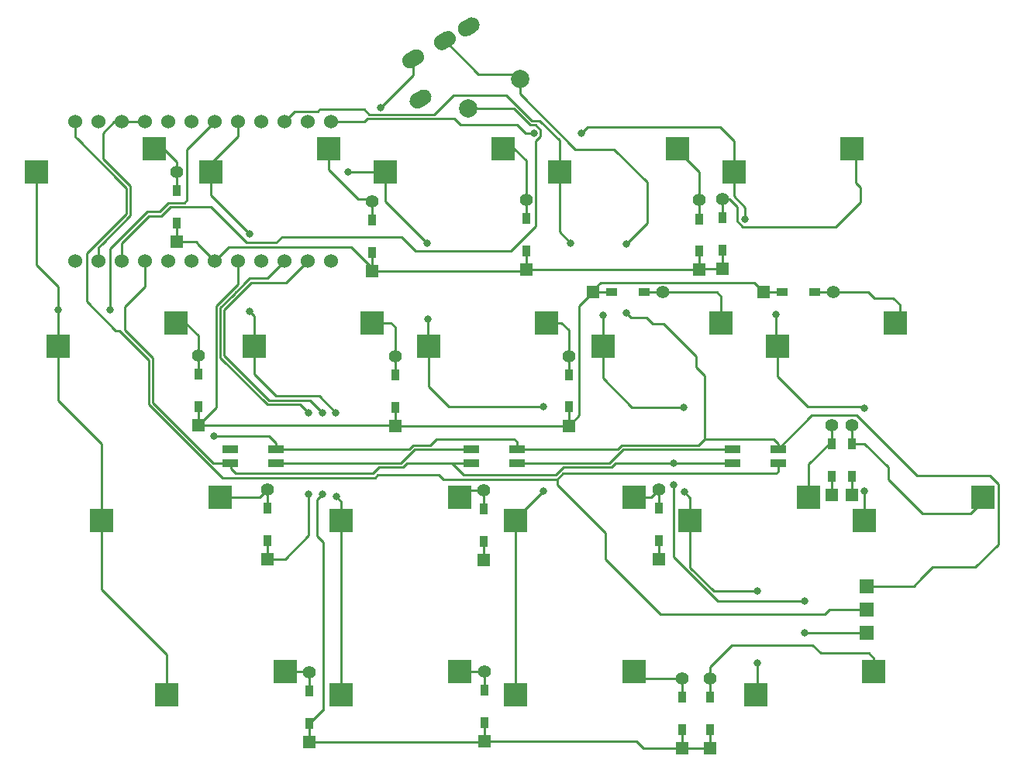
<source format=gbr>
G04 #@! TF.GenerationSoftware,KiCad,Pcbnew,(5.1.6-0-10_14)*
G04 #@! TF.CreationDate,2022-06-07T20:37:10+09:00*
G04 #@! TF.ProjectId,cool939,636f6f6c-3933-4392-9e6b-696361645f70,rev?*
G04 #@! TF.SameCoordinates,Original*
G04 #@! TF.FileFunction,Copper,L2,Bot*
G04 #@! TF.FilePolarity,Positive*
%FSLAX46Y46*%
G04 Gerber Fmt 4.6, Leading zero omitted, Abs format (unit mm)*
G04 Created by KiCad (PCBNEW (5.1.6-0-10_14)) date 2022-06-07 20:37:10*
%MOMM*%
%LPD*%
G01*
G04 APERTURE LIST*
G04 #@! TA.AperFunction,ComponentPad*
%ADD10C,2.000000*%
G04 #@! TD*
G04 #@! TA.AperFunction,SMDPad,CuDef*
%ADD11R,1.800000X0.820000*%
G04 #@! TD*
G04 #@! TA.AperFunction,SMDPad,CuDef*
%ADD12R,2.550000X2.500000*%
G04 #@! TD*
G04 #@! TA.AperFunction,ComponentPad*
%ADD13C,1.397000*%
G04 #@! TD*
G04 #@! TA.AperFunction,ComponentPad*
%ADD14R,1.397000X1.397000*%
G04 #@! TD*
G04 #@! TA.AperFunction,SMDPad,CuDef*
%ADD15R,0.950000X1.300000*%
G04 #@! TD*
G04 #@! TA.AperFunction,SMDPad,CuDef*
%ADD16R,1.300000X0.950000*%
G04 #@! TD*
G04 #@! TA.AperFunction,SMDPad,CuDef*
%ADD17R,1.524000X1.524000*%
G04 #@! TD*
G04 #@! TA.AperFunction,ComponentPad*
%ADD18C,1.524000*%
G04 #@! TD*
G04 #@! TA.AperFunction,ViaPad*
%ADD19C,0.800000*%
G04 #@! TD*
G04 #@! TA.AperFunction,Conductor*
%ADD20C,0.250000*%
G04 #@! TD*
G04 APERTURE END LIST*
G04 #@! TA.AperFunction,ComponentPad*
G36*
G01*
X69513526Y17822531D02*
X68820706Y17422531D01*
G75*
G02*
X67659584Y17733653I-425000J736122D01*
G01*
X67659584Y17733653D01*
G75*
G02*
X67970706Y18894775I736122J425000D01*
G01*
X68663526Y19294775D01*
G75*
G02*
X69824648Y18983653I425000J-736122D01*
G01*
X69824648Y18983653D01*
G75*
G02*
X69513526Y17822531I-736122J-425000D01*
G01*
G37*
G04 #@! TD.AperFunction*
G04 #@! TA.AperFunction,ComponentPad*
G36*
G01*
X66915450Y16322531D02*
X66222630Y15922531D01*
G75*
G02*
X65061508Y16233653I-425000J736122D01*
G01*
X65061508Y16233653D01*
G75*
G02*
X65372630Y17394775I736122J425000D01*
G01*
X66065450Y17794775D01*
G75*
G02*
X67226572Y17483653I425000J-736122D01*
G01*
X67226572Y17483653D01*
G75*
G02*
X66915450Y16322531I-736122J-425000D01*
G01*
G37*
G04 #@! TD.AperFunction*
G04 #@! TA.AperFunction,ComponentPad*
G36*
G01*
X63451348Y14322531D02*
X62758528Y13922531D01*
G75*
G02*
X61597406Y14233653I-425000J736122D01*
G01*
X61597406Y14233653D01*
G75*
G02*
X61908528Y15394775I736122J425000D01*
G01*
X62601348Y15794775D01*
G75*
G02*
X63762470Y15483653I425000J-736122D01*
G01*
X63762470Y15483653D01*
G75*
G02*
X63451348Y14322531I-736122J-425000D01*
G01*
G37*
G04 #@! TD.AperFunction*
G04 #@! TA.AperFunction,ComponentPad*
G36*
G01*
X64252310Y9935225D02*
X63559490Y9535225D01*
G75*
G02*
X62398368Y9846347I-425000J736122D01*
G01*
X62398368Y9846347D01*
G75*
G02*
X62709490Y11007469I736122J425000D01*
G01*
X63402310Y11407469D01*
G75*
G02*
X64563432Y11096347I425000J-736122D01*
G01*
X64563432Y11096347D01*
G75*
G02*
X64252310Y9935225I-736122J-425000D01*
G01*
G37*
G04 #@! TD.AperFunction*
D10*
X74324583Y12685000D03*
X68695417Y9435000D03*
D11*
X47720000Y-29330000D03*
X47720000Y-27830000D03*
X42720000Y-27830000D03*
X42720000Y-29330000D03*
D12*
X40540000Y2540000D03*
X53467000Y5080000D03*
D13*
X51350000Y-52200000D03*
D14*
X51350000Y-59820000D03*
D15*
X51350000Y-57785000D03*
X51350000Y-54235000D03*
D13*
X89480000Y-32230000D03*
D14*
X89480000Y-39850000D03*
D15*
X89480000Y-37815000D03*
X89480000Y-34265000D03*
D12*
X73877500Y-54610000D03*
X86804500Y-52070000D03*
X59590000Y2540000D03*
X72517000Y5080000D03*
X54827500Y-54610000D03*
X67754500Y-52070000D03*
X54827500Y-35560000D03*
X67754500Y-33020000D03*
X73877500Y-35560000D03*
X86804500Y-33020000D03*
X92927500Y-35560000D03*
X105854500Y-33020000D03*
D13*
X75040000Y-560000D03*
D14*
X75040000Y-8180000D03*
D15*
X75040000Y-6145000D03*
X75040000Y-2595000D03*
D13*
X58200000Y-700000D03*
D14*
X58200000Y-8320000D03*
D15*
X58200000Y-6285000D03*
X58200000Y-2735000D03*
D13*
X96480000Y-500000D03*
D14*
X96480000Y-8120000D03*
D15*
X96480000Y-6085000D03*
X96480000Y-2535000D03*
D11*
X69000000Y-29350000D03*
X69000000Y-27850000D03*
X74000000Y-27850000D03*
X74000000Y-29350000D03*
D13*
X93900000Y-590000D03*
D14*
X93900000Y-8210000D03*
D15*
X93900000Y-6175000D03*
X93900000Y-2625000D03*
D13*
X89960000Y-10620000D03*
D14*
X82340000Y-10620000D03*
D16*
X84375000Y-10620000D03*
X87925000Y-10620000D03*
X106515000Y-10620000D03*
X102965000Y-10620000D03*
D14*
X100930000Y-10620000D03*
D13*
X108550000Y-10620000D03*
X70360000Y-32290000D03*
D14*
X70360000Y-39910000D03*
D15*
X70360000Y-37875000D03*
X70360000Y-34325000D03*
D13*
X95100000Y-52870000D03*
D14*
X95100000Y-60490000D03*
D15*
X95100000Y-58455000D03*
X95100000Y-54905000D03*
D12*
X97690000Y2540000D03*
X110617000Y5080000D03*
D13*
X39220000Y-17580000D03*
D14*
X39220000Y-25200000D03*
D15*
X39220000Y-23165000D03*
X39220000Y-19615000D03*
D13*
X46730000Y-32200000D03*
D14*
X46730000Y-39820000D03*
D15*
X46730000Y-37785000D03*
X46730000Y-34235000D03*
D13*
X108370000Y-25150000D03*
D14*
X108370000Y-32770000D03*
D15*
X108370000Y-30735000D03*
X108370000Y-27185000D03*
D12*
X78640000Y2540000D03*
X91567000Y5080000D03*
D13*
X36880000Y2470000D03*
D14*
X36880000Y-5150000D03*
D15*
X36880000Y-3115000D03*
X36880000Y435000D03*
D12*
X100071500Y-54610000D03*
X112998500Y-52070000D03*
X35777500Y-54610000D03*
X48704500Y-52070000D03*
D13*
X92090000Y-52870000D03*
D14*
X92090000Y-60490000D03*
D15*
X92090000Y-58455000D03*
X92090000Y-54905000D03*
X110630000Y-27185000D03*
X110630000Y-30735000D03*
D14*
X110630000Y-32770000D03*
D13*
X110630000Y-25150000D03*
X60690000Y-17660000D03*
D14*
X60690000Y-25280000D03*
D15*
X60690000Y-23245000D03*
X60690000Y-19695000D03*
D13*
X70460000Y-52130000D03*
D14*
X70460000Y-59750000D03*
D15*
X70460000Y-57715000D03*
X70460000Y-54165000D03*
D17*
X112230000Y-42790000D03*
X112230000Y-45330000D03*
X112230000Y-47870000D03*
D11*
X97520000Y-29340000D03*
X97520000Y-27840000D03*
X102520000Y-27840000D03*
X102520000Y-29340000D03*
D12*
X21490000Y2540000D03*
X34417000Y5080000D03*
X83402500Y-16510000D03*
X96329500Y-13970000D03*
X102452500Y-16510000D03*
X115379500Y-13970000D03*
X28634000Y-35560000D03*
X41561000Y-33020000D03*
X111977500Y-35560000D03*
X124904500Y-33020000D03*
D13*
X79700000Y-17610000D03*
D14*
X79700000Y-25230000D03*
D15*
X79700000Y-23195000D03*
X79700000Y-19645000D03*
D18*
X25772000Y7991400D03*
X28312000Y7991400D03*
X30852000Y7991400D03*
X33392000Y7991400D03*
X35932000Y7991400D03*
X38472000Y7991400D03*
X41012000Y7991400D03*
X43552000Y7991400D03*
X46092000Y7991400D03*
X48632000Y7991400D03*
X51172000Y7991400D03*
X53712000Y7991400D03*
X53712000Y-7228600D03*
X51172000Y-7228600D03*
X48632000Y-7228600D03*
X46092000Y-7228600D03*
X43552000Y-7228600D03*
X41012000Y-7228600D03*
X38472000Y-7228600D03*
X35932000Y-7228600D03*
X33392000Y-7228600D03*
X30852000Y-7228600D03*
X28312000Y-7228600D03*
X25772000Y-7228600D03*
D12*
X23871000Y-16510000D03*
X36798000Y-13970000D03*
X45302500Y-16510000D03*
X58229500Y-13970000D03*
X64352500Y-16510000D03*
X77279500Y-13970000D03*
D19*
X51230000Y-23860000D03*
X51270000Y-32720000D03*
X52790000Y-23800000D03*
X52790000Y-32720000D03*
X85960000Y-5340000D03*
X40960000Y-26370000D03*
X85960000Y-12940000D03*
X105450000Y-47880000D03*
X105470000Y-44420000D03*
X59140000Y9550000D03*
X91130000Y-31700000D03*
X91090000Y-29340000D03*
X29600000Y-12530000D03*
X23871000Y-12529000D03*
X44840000Y-12780000D03*
X44790000Y-4250000D03*
X54220000Y-23800000D03*
X54270000Y-32970000D03*
X76870000Y-23190000D03*
X55590000Y2540000D03*
X64220000Y-5290000D03*
X64290000Y-13600000D03*
X76870000Y-32410000D03*
X92300000Y-32490000D03*
X100240000Y-51190000D03*
X79900000Y-5250000D03*
X92240000Y-23210000D03*
X100240000Y-43320000D03*
X83420000Y-13130000D03*
X81040000Y6730000D03*
X75850000Y6760000D03*
X111920000Y-23310000D03*
X102290000Y-13110000D03*
X98950000Y-2670000D03*
X111940000Y-32410000D03*
D20*
X34417000Y5080000D02*
X35433000Y5080000D01*
X34417000Y4693000D02*
X34417000Y5080000D01*
X36880000Y2470000D02*
X36880000Y3633000D01*
X36880000Y2470000D02*
X36880000Y435000D01*
X36880000Y3633000D02*
X36195000Y4318000D01*
X35433000Y5080000D02*
X36195000Y4318000D01*
X36880000Y2230000D02*
X36880000Y195000D01*
X57950000Y-450000D02*
X58200000Y-700000D01*
X56640000Y-450000D02*
X53467000Y2723000D01*
X58200000Y-700000D02*
X58200000Y-2735000D01*
X53467000Y2723000D02*
X53467000Y5080000D01*
X58200000Y-700000D02*
X58200000Y-510000D01*
X56640000Y-450000D02*
X57950000Y-450000D01*
X73710000Y5080000D02*
X75040000Y3750000D01*
X75040000Y-560000D02*
X75040000Y-2595000D01*
X72517000Y5080000D02*
X73710000Y5080000D01*
X75040000Y3750000D02*
X75040000Y-560000D01*
X93900000Y2510000D02*
X91567000Y4843000D01*
X91567000Y4843000D02*
X91567000Y5080000D01*
X93900000Y-590000D02*
X93900000Y2510000D01*
X93900000Y-2625000D02*
X93900000Y-590000D01*
X96480000Y-500000D02*
X96480000Y-2535000D01*
X108850000Y-3480000D02*
X98686998Y-3480000D01*
X98686998Y-3480000D02*
X98040000Y-2833002D01*
X111500000Y840000D02*
X111500000Y-830000D01*
X111055001Y1284999D02*
X111500000Y840000D01*
X98040000Y-1340000D02*
X97200000Y-500000D01*
X97200000Y-500000D02*
X96480000Y-500000D01*
X111055001Y4641999D02*
X111055001Y1284999D01*
X98040000Y-2833002D02*
X98040000Y-1340000D01*
X111500000Y-830000D02*
X108850000Y-3480000D01*
X110617000Y5080000D02*
X111055001Y4641999D01*
X60250000Y-13970000D02*
X60690000Y-14410000D01*
X58229500Y-13970000D02*
X60250000Y-13970000D01*
X60690000Y-14410000D02*
X60690000Y-17660000D01*
X60690000Y-17660000D02*
X60690000Y-19695000D01*
X79700000Y-14780000D02*
X79700000Y-17610000D01*
X79700000Y-17610000D02*
X79700000Y-19645000D01*
X78890000Y-13970000D02*
X79700000Y-14780000D01*
X77279500Y-13970000D02*
X78890000Y-13970000D01*
X95830000Y-10620000D02*
X96329500Y-11119500D01*
X96329500Y-11119500D02*
X96329500Y-13970000D01*
X89960000Y-10620000D02*
X95830000Y-10620000D01*
X87925000Y-10620000D02*
X89960000Y-10620000D01*
X115100000Y-11290000D02*
X115810000Y-12000000D01*
X108550000Y-10620000D02*
X112380000Y-10620000D01*
X106515000Y-10620000D02*
X108550000Y-10620000D01*
X115810000Y-12000000D02*
X115810000Y-13539500D01*
X113050000Y-11290000D02*
X115100000Y-11290000D01*
X115810000Y-13539500D02*
X115379500Y-13970000D01*
X112380000Y-10620000D02*
X113050000Y-11290000D01*
X68484500Y-32290000D02*
X67754500Y-33020000D01*
X70360000Y-32290000D02*
X68484500Y-32290000D01*
X70360000Y-32290000D02*
X70360000Y-34325000D01*
X86804500Y-33020000D02*
X88690000Y-33020000D01*
X87480000Y-33020000D02*
X86804500Y-33020000D01*
X88690000Y-33020000D02*
X89480000Y-32230000D01*
X89480000Y-32230000D02*
X89480000Y-34265000D01*
X105854500Y-33020000D02*
X106800000Y-33020000D01*
X105854500Y-33020000D02*
X106870500Y-33020000D01*
X108370000Y-25150000D02*
X108370000Y-27185000D01*
X105854500Y-29445500D02*
X105854500Y-33020000D01*
X108115000Y-27185000D02*
X105854500Y-29445500D01*
X108370000Y-27185000D02*
X108115000Y-27185000D01*
X111985000Y-27185000D02*
X114580000Y-29780000D01*
X110630000Y-27185000D02*
X111985000Y-27185000D01*
X123564999Y-34845001D02*
X118335001Y-34845001D01*
X124904500Y-33020000D02*
X124904500Y-33505500D01*
X110630000Y-25150000D02*
X110630000Y-27185000D01*
X114580000Y-31090000D02*
X114580000Y-29780000D01*
X124904500Y-33505500D02*
X123564999Y-34845001D01*
X118335001Y-34845001D02*
X114580000Y-31090000D01*
X125342501Y-33458001D02*
X124904500Y-33020000D01*
X51220000Y-52070000D02*
X51350000Y-52200000D01*
X48704500Y-52070000D02*
X51220000Y-52070000D01*
X51350000Y-52200000D02*
X51350000Y-54235000D01*
X70460000Y-52130000D02*
X70460000Y-54165000D01*
X67814500Y-52130000D02*
X67754500Y-52070000D01*
X70460000Y-52130000D02*
X67814500Y-52130000D01*
X87604500Y-52870000D02*
X86804500Y-52070000D01*
X92090000Y-52870000D02*
X87604500Y-52870000D01*
X92090000Y-54905000D02*
X92090000Y-52870000D01*
X37790000Y-13970000D02*
X39220000Y-15400000D01*
X39220000Y-17580000D02*
X39220000Y-19615000D01*
X36798000Y-13970000D02*
X37790000Y-13970000D01*
X39220000Y-15400000D02*
X39220000Y-17580000D01*
X45910000Y-33020000D02*
X46730000Y-32200000D01*
X46730000Y-32200000D02*
X46730000Y-34235000D01*
X46540000Y-33730000D02*
X46790000Y-33730000D01*
X41561000Y-33020000D02*
X45910000Y-33020000D01*
X112457000Y-50110000D02*
X112998500Y-50651500D01*
X107190000Y-50110000D02*
X112457000Y-50110000D01*
X112998500Y-50651500D02*
X112998500Y-52070000D01*
X95100000Y-52870000D02*
X95100000Y-51570000D01*
X106270000Y-49190000D02*
X107190000Y-50110000D01*
X97480000Y-49190000D02*
X106270000Y-49190000D01*
X95100000Y-51570000D02*
X97480000Y-49190000D01*
X95100000Y-54905000D02*
X95100000Y-52870000D01*
X55940000Y-5740000D02*
X58200000Y-8000000D01*
X74900000Y-8320000D02*
X75040000Y-8180000D01*
X75040000Y-6145000D02*
X75040000Y-8180000D01*
X42870600Y-5740000D02*
X43020000Y-5740000D01*
X41012000Y-7228600D02*
X42500600Y-5740000D01*
X41092000Y-6852000D02*
X41108000Y-6852000D01*
X38933400Y-5150000D02*
X39741700Y-5958300D01*
X36880000Y-5150000D02*
X38933400Y-5150000D01*
X43020000Y-5740000D02*
X43390000Y-5740000D01*
X39173400Y-5390000D02*
X39741700Y-5958300D01*
X43390000Y-5740000D02*
X55940000Y-5740000D01*
X96480000Y-8120000D02*
X93990000Y-8120000D01*
X39741700Y-5958300D02*
X41012000Y-7228600D01*
X93900000Y-8210000D02*
X93690000Y-8210000D01*
X93900000Y-8210000D02*
X93900000Y-6175000D01*
X41092000Y-7758600D02*
X41092000Y-6852000D01*
X58200000Y-8320000D02*
X74900000Y-8320000D01*
X75040000Y-8180000D02*
X93660000Y-8180000D01*
X93990000Y-8120000D02*
X93900000Y-8210000D01*
X96480000Y-8120000D02*
X96480000Y-6085000D01*
X58200000Y-6285000D02*
X58200000Y-8320000D01*
X93690000Y-8210000D02*
X93660000Y-8180000D01*
X36880000Y-3355000D02*
X36880000Y-5390000D01*
X42500600Y-5740000D02*
X43020000Y-5740000D01*
X58200000Y-8000000D02*
X58200000Y-8320000D01*
X83153501Y-9596499D02*
X99906499Y-9596499D01*
X39220000Y-25200000D02*
X60610000Y-25200000D01*
X39220000Y-23165000D02*
X39220000Y-25200000D01*
X80830000Y-24100000D02*
X79700000Y-25230000D01*
X100930000Y-10620000D02*
X102965000Y-10620000D01*
X99906499Y-9596499D02*
X100930000Y-10620000D01*
X82340000Y-10410000D02*
X83153501Y-9596499D01*
X82340000Y-10620000D02*
X80827499Y-12132501D01*
X80827499Y-12132501D02*
X80827499Y-23422501D01*
X60690000Y-23245000D02*
X60690000Y-25280000D01*
X79650000Y-25280000D02*
X79700000Y-25230000D01*
X60610000Y-25200000D02*
X60690000Y-25280000D01*
X80830000Y-23425002D02*
X80830000Y-24100000D01*
X60690000Y-25280000D02*
X79650000Y-25280000D01*
X82340000Y-10620000D02*
X84375000Y-10620000D01*
X79700000Y-23195000D02*
X79700000Y-25230000D01*
X80827499Y-23422501D02*
X80830000Y-23425002D01*
X82340000Y-10620000D02*
X82340000Y-10410000D01*
X41160000Y-12630000D02*
X41160000Y-23270000D01*
X39230000Y-25200000D02*
X39220000Y-25200000D01*
X43552000Y-7228600D02*
X43552000Y-9742190D01*
X41160000Y-12134190D02*
X41160000Y-12630000D01*
X41160000Y-23270000D02*
X39230000Y-25200000D01*
X43552000Y-9742190D02*
X41160000Y-12134190D01*
X41610010Y-17782830D02*
X46737180Y-22910000D01*
X50280000Y-22910000D02*
X51230000Y-23860000D01*
X44537000Y-9393600D02*
X44390300Y-9540300D01*
X48632000Y-7228600D02*
X46730610Y-9129990D01*
X41610010Y-12320590D02*
X41610010Y-17782830D01*
X43325300Y-10605300D02*
X42925300Y-11005300D01*
X51270000Y-37220000D02*
X51270000Y-32720000D01*
X46730000Y-39820000D02*
X48670000Y-39820000D01*
X42925300Y-11005300D02*
X41610010Y-12320590D01*
X44800610Y-9129990D02*
X44390300Y-9540300D01*
X46737180Y-22910000D02*
X50280000Y-22910000D01*
X108370000Y-30735000D02*
X108370000Y-32770000D01*
X48670000Y-39820000D02*
X51270000Y-37220000D01*
X46730610Y-9129990D02*
X44800610Y-9129990D01*
X44390300Y-9540300D02*
X42925300Y-11005300D01*
X70360000Y-37875000D02*
X70360000Y-39910000D01*
X46730000Y-37785000D02*
X46730000Y-39820000D01*
X110630000Y-30735000D02*
X110630000Y-32770000D01*
X89480000Y-37815000D02*
X89480000Y-39850000D01*
X70460000Y-59750000D02*
X70460000Y-57715000D01*
X46430000Y-9580000D02*
X46270000Y-9580000D01*
X44852491Y-20388901D02*
X45071795Y-20608205D01*
X52790000Y-32720000D02*
X52190000Y-33320000D01*
X95100000Y-60490000D02*
X95100000Y-58455000D01*
X42060020Y-17596430D02*
X42060020Y-17219980D01*
X51350000Y-59820000D02*
X70390000Y-59820000D01*
X52190000Y-33320000D02*
X52190000Y-37320000D01*
X92090000Y-58455000D02*
X92090000Y-60490000D01*
X48285088Y-22440000D02*
X46903590Y-22440000D01*
X48820600Y-9580000D02*
X46270000Y-9580000D01*
X44987010Y-9580000D02*
X44987010Y-9612990D01*
X45071795Y-20608205D02*
X42060020Y-17596430D01*
X51430000Y-22440000D02*
X52790000Y-23800000D01*
X46270000Y-9580000D02*
X44987010Y-9580000D01*
X52870000Y-38000000D02*
X52870000Y-56265000D01*
X70390000Y-59820000D02*
X70460000Y-59750000D01*
X52870000Y-56265000D02*
X52362500Y-56772500D01*
X87790000Y-60490000D02*
X92090000Y-60490000D01*
X52190000Y-37320000D02*
X52870000Y-38000000D01*
X51172000Y-7228600D02*
X48820600Y-9580000D01*
X70460000Y-59750000D02*
X87050000Y-59750000D01*
X51350000Y-57785000D02*
X51350000Y-59820000D01*
X46650600Y-9580000D02*
X46430000Y-9580000D01*
X92090000Y-60490000D02*
X95100000Y-60490000D01*
X45071795Y-20608205D02*
X46401795Y-21938205D01*
X46903590Y-22440000D02*
X46401795Y-21938205D01*
X48285088Y-22440000D02*
X51430000Y-22440000D01*
X44987010Y-9612990D02*
X42060020Y-12539980D01*
X52362500Y-56772500D02*
X51350000Y-57785000D01*
X42060020Y-12539980D02*
X42060020Y-17219980D01*
X87050000Y-59750000D02*
X87790000Y-60490000D01*
X46401795Y-21938205D02*
X46721795Y-22258205D01*
X91840000Y-60740000D02*
X92090000Y-60490000D01*
X52820000Y-56315000D02*
X52362500Y-56772500D01*
X112230000Y-42790000D02*
X117334300Y-42790000D01*
X118237150Y-41887150D02*
X119404301Y-40720000D01*
X117334300Y-42790000D02*
X118237150Y-41887150D01*
X28312000Y-7228600D02*
X28312000Y-5718000D01*
X74000000Y-27850000D02*
X74000000Y-26990000D01*
X28312000Y-5718000D02*
X28690000Y-5340000D01*
X47720000Y-27170000D02*
X46920000Y-26370000D01*
X46920000Y-26370000D02*
X40960000Y-26370000D01*
X93820010Y-27389990D02*
X85453599Y-27389991D01*
X80350000Y4990000D02*
X84610000Y4990000D01*
X28690000Y-5340000D02*
X31810000Y-2220000D01*
X88200749Y-13459251D02*
X88855749Y-14114251D01*
X94505010Y-26704990D02*
X93820010Y-27389990D01*
X30011400Y7991400D02*
X30852000Y7991400D01*
X62643599Y-27399991D02*
X62213590Y-27830000D01*
X28789999Y3959999D02*
X28789999Y6769999D01*
X64570010Y-27399990D02*
X62643599Y-27399991D01*
X85453599Y-27389991D02*
X84993590Y-27850000D01*
X28793999Y3959999D02*
X28789999Y3959999D01*
X30852000Y7991400D02*
X33392000Y7991400D01*
X102044990Y-26704990D02*
X94505010Y-26704990D01*
X62213590Y-27830000D02*
X47720000Y-27830000D01*
X30295398Y7701400D02*
X30932000Y7701400D01*
X84993590Y-27850000D02*
X74000000Y-27850000D01*
X84610000Y4990000D02*
X88230000Y1370000D01*
X47720000Y-27830000D02*
X47720000Y-27170000D01*
X74324583Y11015417D02*
X80350000Y4990000D01*
X102520000Y-27840000D02*
X102520000Y-27180000D01*
X74324583Y12685000D02*
X74324583Y11015417D01*
X102520000Y-27180000D02*
X102044990Y-26704990D01*
X28789999Y6769999D02*
X30011400Y7991400D01*
X73724990Y-26714990D02*
X65255010Y-26714990D01*
X28392000Y-5638000D02*
X28690000Y-5340000D01*
X31810000Y943998D02*
X28793999Y3959999D01*
X93575749Y-18834251D02*
X94505010Y-19763512D01*
X93575749Y-18834251D02*
X93575749Y-17635749D01*
X88230000Y1370000D02*
X88230000Y-3070000D01*
X69832693Y13170000D02*
X73839583Y13170000D01*
X66144040Y16858653D02*
X69832693Y13170000D01*
X93575749Y-17635749D02*
X90054251Y-14114251D01*
X73839583Y13170000D02*
X74324583Y12685000D01*
X88230000Y-3070000D02*
X85960000Y-5340000D01*
X94505010Y-19763512D02*
X94505010Y-26704990D01*
X74000000Y-26990000D02*
X73724990Y-26714990D01*
X65255010Y-26714990D02*
X64570010Y-27399990D01*
X90054251Y-14114251D02*
X88855749Y-14114251D01*
X31810000Y-2220000D02*
X31810000Y943998D01*
X86479251Y-13459251D02*
X85960000Y-12940000D01*
X88200749Y-13459251D02*
X86479251Y-13459251D01*
X126600000Y-31605498D02*
X125694502Y-30700000D01*
X125694502Y-30700000D02*
X117720000Y-30700000D01*
X111146499Y-24126499D02*
X106233501Y-24126499D01*
X124090000Y-40720000D02*
X126600000Y-38210000D01*
X117720000Y-30700000D02*
X111146499Y-24126499D01*
X106233501Y-24126499D02*
X102520000Y-27840000D01*
X119404301Y-40720000D02*
X124090000Y-40720000D01*
X126600000Y-38210000D02*
X126600000Y-31605498D01*
X105460000Y-44410000D02*
X105470000Y-44420000D01*
X42720000Y-29330000D02*
X40866212Y-29330000D01*
X102710000Y-44410000D02*
X102530000Y-44410000D01*
X62679938Y14858653D02*
X62679938Y13089938D01*
X112220000Y-47880000D02*
X112230000Y-47870000D01*
X105450000Y-47880000D02*
X112220000Y-47880000D01*
X84316400Y-29800010D02*
X79079990Y-29800010D01*
X61966410Y-29350000D02*
X61536401Y-29780009D01*
X40866212Y-29330000D02*
X34238106Y-22701894D01*
X42720000Y-29420000D02*
X42750000Y-29450000D01*
X102530000Y-44410000D02*
X95973590Y-44410000D01*
X42750000Y-29960000D02*
X43255010Y-30465010D01*
X79079990Y-29800010D02*
X78260000Y-30620000D01*
X31170999Y-14790999D02*
X31170999Y-12259001D01*
X69000000Y-29350000D02*
X66920000Y-29350000D01*
X42720000Y-29330000D02*
X42720000Y-29420000D01*
X91130000Y-39566410D02*
X91130000Y-31700000D01*
X33392000Y-10038000D02*
X33392000Y-7228600D01*
X68190000Y-30620000D02*
X66920000Y-29350000D01*
X34238106Y-22701894D02*
X34238106Y-17858106D01*
X34238106Y-17858106D02*
X31170999Y-14790999D01*
X102530000Y-44410000D02*
X105460000Y-44410000D01*
X31170999Y-12259001D02*
X33392000Y-10038000D01*
X43255010Y-30465010D02*
X58304990Y-30465010D01*
X78260000Y-30620000D02*
X68190000Y-30620000D01*
X42750000Y-29450000D02*
X42750000Y-29960000D01*
X58304990Y-30465010D02*
X58989990Y-29780010D01*
X66920000Y-29350000D02*
X61966410Y-29350000D01*
X62679938Y13089938D02*
X59140000Y9550000D01*
X84776410Y-29340000D02*
X84316400Y-29800010D01*
X58989990Y-29780010D02*
X61536401Y-29780009D01*
X91090000Y-29340000D02*
X84776410Y-29340000D01*
X97520000Y-29340000D02*
X91090000Y-29340000D01*
X95973590Y-44410000D02*
X91130000Y-39566410D01*
X74000000Y-29350000D02*
X84130000Y-29350000D01*
X84130000Y-29350000D02*
X85640000Y-27840000D01*
X85640000Y-27840000D02*
X97520000Y-27840000D01*
X25772000Y6341588D02*
X25986794Y6126794D01*
X27020000Y-6373590D02*
X31359990Y-2033600D01*
X79041400Y-30475010D02*
X78426410Y-31090000D01*
X102520000Y-30260000D02*
X102304990Y-30475010D01*
X102304990Y-30475010D02*
X79041400Y-30475010D01*
X25772000Y7991400D02*
X25772000Y6341588D01*
X58491390Y-30915020D02*
X41814822Y-30915020D01*
X30588591Y-14845001D02*
X30194999Y-14845001D01*
X33788096Y-18044506D02*
X30588591Y-14845001D01*
X83640000Y-36930000D02*
X78426410Y-31716410D01*
X25852000Y6261588D02*
X25986794Y6126794D01*
X31359990Y-2033600D02*
X31359990Y757598D01*
X27020000Y-11670002D02*
X27020000Y-6373590D01*
X89650000Y-45850000D02*
X83640000Y-39840000D01*
X102520000Y-29340000D02*
X102520000Y-30260000D01*
X78426410Y-31090000D02*
X65963502Y-31090000D01*
X30707588Y1410000D02*
X30703588Y1410000D01*
X31359990Y757598D02*
X30707588Y1410000D01*
X58806410Y-30600000D02*
X58491390Y-30915020D01*
X65963502Y-31090000D02*
X65473502Y-30600000D01*
X33788096Y-22888294D02*
X33788096Y-18044506D01*
X30194999Y-14845001D02*
X27020000Y-11670002D01*
X107630000Y-45850000D02*
X89650000Y-45850000D01*
X65473502Y-30600000D02*
X58806410Y-30600000D01*
X30703588Y1410000D02*
X25986794Y6126794D01*
X41814822Y-30915020D02*
X33788096Y-22888294D01*
X78426410Y-31716410D02*
X78426410Y-31090000D01*
X112230000Y-45330000D02*
X108150000Y-45330000D01*
X108150000Y-45330000D02*
X107630000Y-45850000D01*
X83640000Y-39840000D02*
X83640000Y-36930000D01*
X61350000Y-29330000D02*
X62830000Y-27850000D01*
X47720000Y-29330000D02*
X61350000Y-29330000D01*
X62830000Y-27850000D02*
X69000000Y-27850000D01*
X21490000Y2540000D02*
X21490000Y-7690000D01*
X23871000Y-12529000D02*
X23871000Y-16510000D01*
X29600000Y-12530000D02*
X29600000Y-5903590D01*
X28634000Y-35560000D02*
X28634000Y-43114000D01*
X28634000Y-43114000D02*
X35777500Y-50257500D01*
X28634000Y-27204000D02*
X28634000Y-35560000D01*
X33643599Y-1859991D02*
X34960009Y-1859991D01*
X23871000Y-22441000D02*
X28634000Y-27204000D01*
X23871000Y-10071000D02*
X23871000Y-12529000D01*
X21490000Y-7690000D02*
X23871000Y-10071000D01*
X37964999Y4944399D02*
X37964999Y3915001D01*
X35777500Y-50257500D02*
X35777500Y-54610000D01*
X23871000Y-16510000D02*
X23871000Y-22441000D01*
X34960009Y-1859991D02*
X35960000Y-860000D01*
X37964999Y-575001D02*
X37964999Y3915001D01*
X37680000Y-860000D02*
X37964999Y-575001D01*
X41012000Y7991400D02*
X37964999Y4944399D01*
X37964999Y4574399D02*
X37964999Y3915001D01*
X29600000Y-5903590D02*
X33643599Y-1859991D01*
X35960000Y-860000D02*
X37680000Y-860000D01*
X45302500Y-13242500D02*
X45302500Y-16510000D01*
X54827500Y-35560000D02*
X54827500Y-41987500D01*
X42505000Y5365000D02*
X40540000Y3400000D01*
X43552000Y6412000D02*
X42505000Y5365000D01*
X54827500Y-33527500D02*
X54827500Y-35560000D01*
X44840000Y-12780000D02*
X45302500Y-13242500D01*
X40540000Y2540000D02*
X40540000Y1110000D01*
X54827500Y-41987500D02*
X54827500Y-42842500D01*
X44790000Y-4250000D02*
X40540000Y0D01*
X54827500Y-52357500D02*
X54827500Y-54610000D01*
X40540000Y0D02*
X40540000Y1110000D01*
X40540000Y3400000D02*
X40540000Y2540000D01*
X54827500Y-52357500D02*
X54827500Y-41987500D01*
X43552000Y7991400D02*
X43552000Y6412000D01*
X54270000Y-32970000D02*
X54827500Y-33527500D01*
X45302500Y-16510000D02*
X45302500Y-19562500D01*
X45302500Y-19562500D02*
X47730000Y-21990000D01*
X47730000Y-21990000D02*
X52410000Y-21990000D01*
X52410000Y-21990000D02*
X54220000Y-23800000D01*
X76870000Y-32410000D02*
X73877500Y-35402500D01*
X59590000Y-690000D02*
X64190000Y-5290000D01*
X64190000Y-5290000D02*
X64220000Y-5290000D01*
X66590000Y-23190000D02*
X76870000Y-23190000D01*
X73960000Y-54527500D02*
X73877500Y-54610000D01*
X64352500Y-20952500D02*
X66590000Y-23190000D01*
X64290000Y-16447500D02*
X64352500Y-16510000D01*
X73877500Y-35560000D02*
X73877500Y-43127500D01*
X64352500Y-16510000D02*
X64352500Y-20952500D01*
X59590000Y2540000D02*
X55590000Y2540000D01*
X59590000Y2540000D02*
X59590000Y-690000D01*
X73877500Y-35402500D02*
X73877500Y-35560000D01*
X64290000Y-13600000D02*
X64290000Y-16447500D01*
X73877500Y-43127500D02*
X73877500Y-54610000D01*
X52232591Y9078401D02*
X52367095Y9212905D01*
X95520000Y-43320000D02*
X100240000Y-43320000D01*
X57340000Y9320000D02*
X57861001Y8798999D01*
X86560000Y-23210000D02*
X92240000Y-23210000D01*
X72840000Y10910000D02*
X75640001Y8109999D01*
X83420000Y-13130000D02*
X83420000Y-16492500D01*
X83420000Y-16492500D02*
X83402500Y-16510000D01*
X100240000Y-51190000D02*
X100240000Y-54441500D01*
X48632000Y7991400D02*
X49719001Y9078401D01*
X83402500Y-20052500D02*
X86560000Y-23210000D01*
X57861001Y8798999D02*
X64928999Y8798999D01*
X75640001Y8109999D02*
X76490001Y8109999D01*
X83402500Y-16482500D02*
X83402500Y-16510000D01*
X92927500Y-35560000D02*
X92927500Y-40727500D01*
X67040000Y10910000D02*
X72840000Y10910000D01*
X52367095Y9212905D02*
X52474190Y9320000D01*
X100240000Y-54441500D02*
X100071500Y-54610000D01*
X78640000Y-3990000D02*
X79900000Y-5250000D01*
X92927500Y-40727500D02*
X95520000Y-43320000D01*
X49719001Y9078401D02*
X52232591Y9078401D01*
X52474190Y9320000D02*
X57340000Y9320000D01*
X78640000Y2540000D02*
X78640000Y-3990000D01*
X76490001Y8109999D02*
X78640000Y5960000D01*
X92300000Y-32490000D02*
X92927500Y-33117500D01*
X83402500Y-16510000D02*
X83402500Y-20052500D01*
X78640000Y5960000D02*
X78640000Y2540000D01*
X64928999Y8798999D02*
X67040000Y10910000D01*
X92927500Y-33117500D02*
X92927500Y-35560000D01*
X102290000Y-13110000D02*
X102290000Y-16347500D01*
X97690000Y840000D02*
X97690000Y2540000D01*
X102452500Y-19832500D02*
X105790000Y-23170000D01*
X81715001Y7405001D02*
X93115001Y7405001D01*
X102452500Y-16510000D02*
X102452500Y-19832500D01*
X57674601Y8348989D02*
X67184016Y8348989D01*
X111940000Y-32410000D02*
X111940000Y-35522500D01*
X97690000Y2540000D02*
X97690000Y5890000D01*
X67873016Y7659989D02*
X74060011Y7659989D01*
X96174999Y7405001D02*
X93115001Y7405001D01*
X102290000Y-16347500D02*
X102452500Y-16510000D01*
X97690000Y-120000D02*
X97690000Y840000D01*
X57317012Y7991400D02*
X57674601Y8348989D01*
X67184016Y8348989D02*
X67873016Y7659989D01*
X97690000Y5890000D02*
X96174999Y7405001D01*
X74960000Y6760000D02*
X75850000Y6760000D01*
X93115001Y7405001D02*
X94684999Y7405001D01*
X53712000Y7991400D02*
X57317012Y7991400D01*
X81040000Y6730000D02*
X81715001Y7405001D01*
X111780000Y-23170000D02*
X111920000Y-23310000D01*
X105790000Y-23170000D02*
X111780000Y-23170000D01*
X98950000Y-2670000D02*
X98950000Y-1380000D01*
X98950000Y-1380000D02*
X97690000Y-120000D01*
X74060011Y7659989D02*
X74960000Y6760000D01*
X111940000Y-35522500D02*
X111977500Y-35560000D01*
X44450000Y-5230000D02*
X47710000Y-5230000D01*
X48370000Y-4570000D02*
X61420000Y-4570000D01*
X75453600Y7659990D02*
X73678590Y9435000D01*
X73354998Y-6120000D02*
X76063501Y-3411497D01*
X40540000Y-1320000D02*
X44450000Y-5230000D01*
X35146410Y-2310000D02*
X36146400Y-1310010D01*
X30852000Y-5288000D02*
X31450000Y-4690000D01*
X76023013Y7659989D02*
X75453600Y7659990D01*
X76063501Y-226499D02*
X76064999Y-225001D01*
X62970000Y-6120000D02*
X73354998Y-6120000D01*
X38689990Y-1310010D02*
X38699980Y-1320000D01*
X36146400Y-1310010D02*
X38689990Y-1310010D01*
X38699980Y-1320000D02*
X40540000Y-1320000D01*
X73678590Y9435000D02*
X68695417Y9435000D01*
X76575001Y7108001D02*
X76023013Y7659989D01*
X47710000Y-5230000D02*
X48370000Y-4570000D01*
X31450000Y-4690000D02*
X33830000Y-2310000D01*
X76064999Y-225001D02*
X76064999Y5901997D01*
X76064999Y5901997D02*
X76575001Y6411999D01*
X61420000Y-4570000D02*
X62970000Y-6120000D01*
X30852000Y-7228600D02*
X30852000Y-5288000D01*
X33830000Y-2310000D02*
X35146410Y-2310000D01*
X76063501Y-3411497D02*
X76063501Y-226499D01*
X30932000Y-5208000D02*
X31450000Y-4690000D01*
X76575001Y6411999D02*
X76575001Y7108001D01*
M02*

</source>
